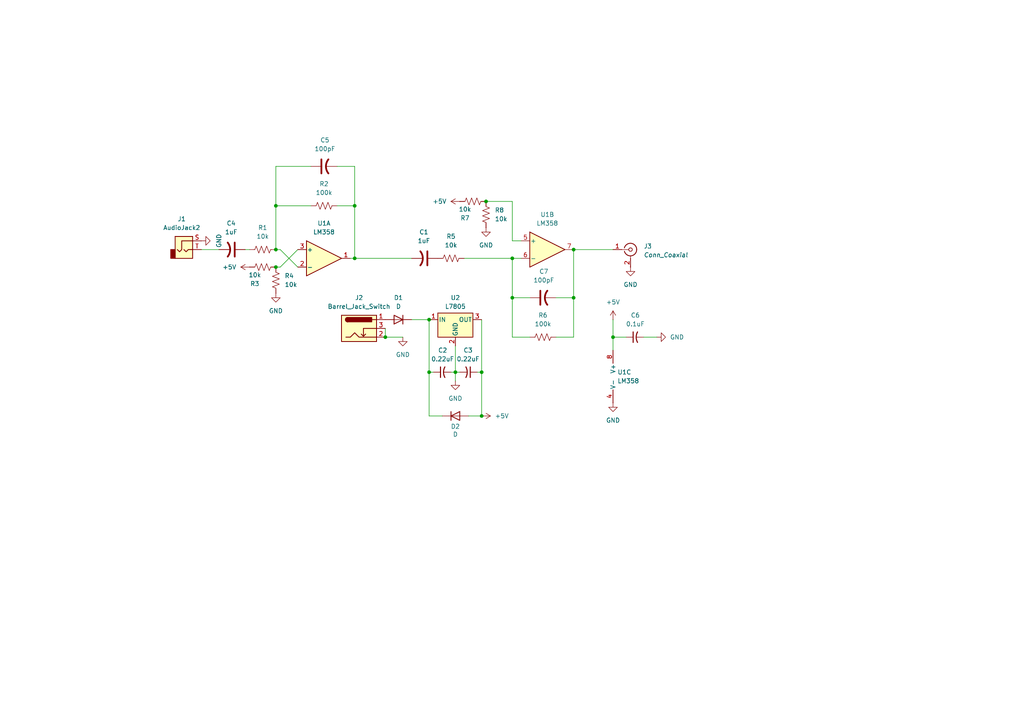
<source format=kicad_sch>
(kicad_sch (version 20250114) (generator "eeschema") (generator_version "9.0")
  (paper "A4")
  (lib_symbols
    (symbol "Amplifier_Operational:LM358" (pin_names (offset 0.127))
      (property "Reference" "U" (at 0 5.08 0))
      (property "Value" "LM358" (at 0 -5.08 0))
      (symbol "LM358_1_1"
        (polyline (pts (xy -5.08 5.08) (xy 5.08 0) (xy -5.08 -5.08) (xy -5.08 5.08)) (stroke (width 0.254)) (fill (type background)))
        (pin input line (at -7.62 2.54 0) (length 2.54) (name "+") (number "3"))
        (pin input line (at -7.62 -2.54 0) (length 2.54) (name "-") (number "2"))
        (pin output line (at 7.62 0 180) (length 2.54) (name "~") (number "1"))
      )
      (symbol "LM358_2_1"
        (polyline (pts (xy -5.08 5.08) (xy 5.08 0) (xy -5.08 -5.08) (xy -5.08 5.08)) (stroke (width 0.254)) (fill (type background)))
        (pin input line (at -7.62 2.54 0) (length 2.54) (name "+") (number "5"))
        (pin input line (at -7.62 -2.54 0) (length 2.54) (name "-") (number "6"))
        (pin output line (at 7.62 0 180) (length 2.54) (name "~") (number "7"))
      )
      (symbol "LM358_3_1"
        (pin power_in line (at -2.54 7.62 270) (length 3.81) (name "V+") (number "8"))
        (pin power_in line (at -2.54 -7.62 90) (length 3.81) (name "V-") (number "4"))
      )
    )
    (symbol "Connector:Barrel_Jack_Switch" (pin_names (hide yes))
      (property "Reference" "J" (at 0 5.334 0))
      (property "Value" "Barrel_Jack_Switch" (at 0 -5.08 0))
      (symbol "Barrel_Jack_Switch_0_1"
        (rectangle (start -5.08 3.81) (end 5.08 -3.81) (stroke (width 0.254)) (fill (type background)))
        (polyline (pts (xy -3.81 -2.54) (xy -2.54 -2.54) (xy -1.27 -1.27) (xy 0 -2.54) (xy 2.54 -2.54) (xy 5.08 -2.54)) (stroke (width 0.254)))
        (arc (start -3.302 1.905) (mid -3.9343 2.54) (end -3.302 3.175) (stroke (width 0.254)))
        (arc (start -3.302 1.905) (mid -3.9343 2.54) (end -3.302 3.175) (stroke (width 0.254)) (fill (type outline)))
        (polyline (pts (xy 1.27 -2.286) (xy 1.905 -1.651)) (stroke (width 0.254)))
        (rectangle (start 3.683 3.175) (end -3.302 1.905) (stroke (width 0.254)) (fill (type outline)))
        (polyline (pts (xy 5.08 2.54) (xy 3.81 2.54)) (stroke (width 0.254)))
        (polyline (pts (xy 5.08 0) (xy 1.27 0) (xy 1.27 -2.286) (xy 0.635 -1.651)) (stroke (width 0.254)))
      )
      (symbol "Barrel_Jack_Switch_1_1"
        (pin passive line (at 7.62 2.54 180) (length 2.54) (name "~") (number "1"))
        (pin passive line (at 7.62 0 180) (length 2.54) (name "~") (number "3"))
        (pin passive line (at 7.62 -2.54 180) (length 2.54) (name "~") (number "2"))
      )
    )
    (symbol "Connector:Conn_Coaxial" (pin_names (offset 1.016) (hide yes))
      (property "Reference" "J" (at 0.254 3.048 0))
      (property "Value" "Conn_Coaxial" (at 2.921 0 90))
      (symbol "Conn_Coaxial_0_1"
        (polyline (pts (xy -2.54 0) (xy -0.508 0)))
        (arc (start 1.778 0) (mid 0.222 -1.8079) (end -1.778 -0.508) (stroke (width 0.254)))
        (arc (start -1.778 0.508) (mid 0.2221 1.8084) (end 1.778 0) (stroke (width 0.254)))
        (circle (center 0 0) (radius 0.508) (stroke (width 0.2032)))
        (polyline (pts (xy 0 -2.54) (xy 0 -1.778)))
      )
      (symbol "Conn_Coaxial_1_1"
        (pin passive line (at -5.08 0 0) (length 2.54) (name "In") (number "1"))
        (pin passive line (at 0 -5.08 90) (length 2.54) (name "Ext") (number "2"))
      )
    )
    (symbol "Connector_Audio:AudioJack2"
      (property "Reference" "J" (at 0 8.89 0))
      (property "Value" "AudioJack2" (at 0 6.35 0))
      (symbol "AudioJack2_0_1"
        (rectangle (start -3.81 0) (end -2.54 -2.54) (stroke (width 0.254)) (fill (type outline)))
        (rectangle (start -2.54 3.81) (end 2.54 -2.54) (stroke (width 0.254)) (fill (type background)))
        (polyline (pts (xy 0 0) (xy 0.635 -0.635) (xy 1.27 0) (xy 2.54 0)) (stroke (width 0.254)))
        (polyline (pts (xy 2.54 2.54) (xy -0.635 2.54) (xy -0.635 0) (xy -1.27 -0.635) (xy -1.905 0)) (stroke (width 0.254)))
      )
      (symbol "AudioJack2_1_1"
        (pin passive line (at 5.08 2.54 180) (length 2.54) (name "~") (number "S"))
        (pin passive line (at 5.08 0 180) (length 2.54) (name "~") (number "T"))
      )
    )
    (symbol "Device:C_Small_US" (pin_numbers (hide yes)) (pin_names (offset 0.254) (hide yes))
      (property "Reference" "C" (at 0.254 1.778 0))
      (property "Value" "C_Small_US" (at 0.254 -2.032 0))
      (symbol "C_Small_US_0_1"
        (polyline (pts (xy -1.524 0.508) (xy 1.524 0.508)) (stroke (width 0.3048)))
        (arc (start -1.524 -0.762) (mid 0 -0.3734) (end 1.524 -0.762) (stroke (width 0.3048)))
      )
      (symbol "C_Small_US_1_1"
        (pin passive line (at 0 2.54 270) (length 2.032) (name "~") (number "1"))
        (pin passive line (at 0 -2.54 90) (length 2.032) (name "~") (number "2"))
      )
    )
    (symbol "Device:C_US" (pin_numbers (hide yes)) (pin_names (offset 0.254) (hide yes))
      (property "Reference" "C" (at 0.635 2.54 0))
      (property "Value" "C_US" (at 0.635 -2.54 0))
      (symbol "C_US_0_1"
        (polyline (pts (xy -2.032 0.762) (xy 2.032 0.762)) (stroke (width 0.508)))
        (arc (start -2.032 -1.27) (mid 0 -0.5572) (end 2.032 -1.27) (stroke (width 0.508)))
      )
      (symbol "C_US_1_1"
        (pin passive line (at 0 3.81 270) (length 2.794) (name "~") (number "1"))
        (pin passive line (at 0 -3.81 90) (length 3.302) (name "~") (number "2"))
      )
    )
    (symbol "Device:D" (pin_numbers (hide yes)) (pin_names (offset 1.016) (hide yes))
      (property "Reference" "D" (at 0 2.54 0))
      (property "Value" "D" (at 0 -2.54 0))
      (symbol "D_0_1"
        (polyline (pts (xy -1.27 1.27) (xy -1.27 -1.27)) (stroke (width 0.254)))
        (polyline (pts (xy 1.27 1.27) (xy 1.27 -1.27) (xy -1.27 0) (xy 1.27 1.27)) (stroke (width 0.254)))
        (polyline (pts (xy 1.27 0) (xy -1.27 0)))
      )
      (symbol "D_1_1"
        (pin passive line (at -3.81 0 0) (length 2.54) (name "K") (number "1"))
        (pin passive line (at 3.81 0 180) (length 2.54) (name "A") (number "2"))
      )
    )
    (symbol "Device:R_US" (pin_numbers (hide yes)) (pin_names (offset 0))
      (property "Reference" "R" (at 2.54 0 90))
      (property "Value" "R_US" (at -2.54 0 90))
      (symbol "R_US_0_1"
        (polyline (pts (xy 0 2.286) (xy 0 2.54)))
        (polyline (pts (xy 0 2.286) (xy 1.016 1.905) (xy 0 1.524) (xy -1.016 1.143) (xy 0 0.762)))
        (polyline (pts (xy 0 0.762) (xy 1.016 0.381) (xy 0 0) (xy -1.016 -0.381) (xy 0 -0.762)))
        (polyline (pts (xy 0 -0.762) (xy 1.016 -1.143) (xy 0 -1.524) (xy -1.016 -1.905) (xy 0 -2.286)))
        (polyline (pts (xy 0 -2.286) (xy 0 -2.54)))
      )
      (symbol "R_US_1_1"
        (pin passive line (at 0 3.81 270) (length 1.27) (name "~") (number "1"))
        (pin passive line (at 0 -3.81 90) (length 1.27) (name "~") (number "2"))
      )
    )
    (symbol "Regulator_Linear:L7805" (pin_names (offset 0.254))
      (property "Reference" "U" (at -3.81 3.175 0))
      (property "Value" "L7805" (at 0 3.175 0))
      (symbol "L7805_0_1"
        (rectangle (start -5.08 1.905) (end 5.08 -5.08) (stroke (width 0.254)) (fill (type background)))
      )
      (symbol "L7805_1_1"
        (pin power_in line (at -7.62 0 0) (length 2.54) (name "IN") (number "1"))
        (pin power_in line (at 0 -7.62 90) (length 2.54) (name "GND") (number "2"))
        (pin power_out line (at 7.62 0 180) (length 2.54) (name "OUT") (number "3"))
      )
    )
    (symbol "power:+5V" (power) (pin_numbers (hide yes)) (pin_names (offset 0) (hide yes))
      (property "Value" "+5V" (at 0 3.556 0))
      (symbol "+5V_0_1"
        (polyline (pts (xy -0.762 1.27) (xy 0 2.54)))
        (polyline (pts (xy 0 2.54) (xy 0.762 1.27)))
        (polyline (pts (xy 0 0) (xy 0 2.54)))
      )
      (symbol "+5V_1_1"
        (pin power_in line (at 0 0 90) (length 0) (name "~") (number "1"))
      )
    )
    (symbol "power:GND" (power) (pin_numbers (hide yes)) (pin_names (offset 0) (hide yes))
      (property "Value" "GND" (at 0 -3.81 0))
      (symbol "GND_0_1"
        (polyline (pts (xy 0 0) (xy 0 -1.27) (xy 1.27 -1.27) (xy 0 -2.54) (xy -1.27 -1.27) (xy 0 -1.27)))
      )
      (symbol "GND_1_1"
        (pin power_in line (at 0 0 270) (length 0) (name "~") (number "1"))
      )
    )
  )
  (junction (at 132.08 107.95))
  (junction (at 139.7 120.65))
  (junction (at 80.01 59.69))
  (junction (at 80.01 72.39))
  (junction (at 102.87 74.93))
  (junction (at 166.37 72.39))
  (junction (at 102.87 59.69))
  (junction (at 111.76 97.79))
  (junction (at 177.8 97.79))
  (junction (at 148.59 74.93))
  (junction (at 124.46 107.95))
  (junction (at 139.7 107.95))
  (junction (at 140.97 58.42))
  (junction (at 124.46 92.71))
  (junction (at 166.37 86.36))
  (junction (at 148.59 86.36))
  (junction (at 80.01 77.47))
  (wire (pts (xy 181.61 97.79) (xy 177.8 97.79)))
  (wire (pts (xy 148.59 86.36) (xy 148.59 97.79)))
  (wire (pts (xy 130.81 107.95) (xy 132.08 107.95)))
  (wire (pts (xy 139.7 92.71) (xy 139.7 107.95)))
  (wire (pts (xy 151.13 74.93) (xy 148.59 74.93)))
  (wire (pts (xy 80.01 48.26) (xy 80.01 59.69)))
  (wire (pts (xy 102.87 48.26) (xy 102.87 59.69)))
  (wire (pts (xy 81.28 72.39) (xy 86.36 77.47)))
  (wire (pts (xy 97.79 48.26) (xy 102.87 48.26)))
  (wire (pts (xy 111.76 95.25) (xy 111.76 97.79)))
  (wire (pts (xy 102.87 74.93) (xy 101.6 74.93)))
  (wire (pts (xy 148.59 74.93) (xy 148.59 86.36)))
  (wire (pts (xy 97.79 59.69) (xy 102.87 59.69)))
  (wire (pts (xy 72.39 72.39) (xy 71.12 72.39)))
  (wire (pts (xy 80.01 59.69) (xy 90.17 59.69)))
  (wire (pts (xy 124.46 92.71) (xy 124.46 107.95)))
  (wire (pts (xy 132.08 100.33) (xy 132.08 107.95)))
  (wire (pts (xy 80.01 59.69) (xy 80.01 72.39)))
  (wire (pts (xy 166.37 72.39) (xy 166.37 86.36)))
  (wire (pts (xy 161.29 86.36) (xy 166.37 86.36)))
  (wire (pts (xy 80.01 77.47) (xy 81.28 77.47)))
  (wire (pts (xy 138.43 107.95) (xy 139.7 107.95)))
  (wire (pts (xy 58.42 72.39) (xy 63.5 72.39)))
  (wire (pts (xy 148.59 69.85) (xy 151.13 69.85)))
  (wire (pts (xy 102.87 59.69) (xy 102.87 74.93)))
  (wire (pts (xy 190.5 97.79) (xy 186.69 97.79)))
  (wire (pts (xy 148.59 97.79) (xy 153.67 97.79)))
  (wire (pts (xy 177.8 92.71) (xy 177.8 97.79)))
  (wire (pts (xy 177.8 72.39) (xy 166.37 72.39)))
  (wire (pts (xy 177.8 97.79) (xy 177.8 101.6)))
  (wire (pts (xy 148.59 58.42) (xy 148.59 69.85)))
  (wire (pts (xy 148.59 86.36) (xy 153.67 86.36)))
  (wire (pts (xy 132.08 107.95) (xy 133.35 107.95)))
  (wire (pts (xy 124.46 107.95) (xy 124.46 120.65)))
  (wire (pts (xy 124.46 107.95) (xy 125.73 107.95)))
  (wire (pts (xy 134.62 74.93) (xy 148.59 74.93)))
  (wire (pts (xy 80.01 48.26) (xy 90.17 48.26)))
  (wire (pts (xy 139.7 107.95) (xy 139.7 120.65)))
  (wire (pts (xy 140.97 58.42) (xy 148.59 58.42)))
  (wire (pts (xy 119.38 74.93) (xy 102.87 74.93)))
  (wire (pts (xy 161.29 97.79) (xy 166.37 97.79)))
  (wire (pts (xy 80.01 72.39) (xy 81.28 72.39)))
  (wire (pts (xy 132.08 107.95) (xy 132.08 110.49)))
  (wire (pts (xy 124.46 120.65) (xy 128.27 120.65)))
  (wire (pts (xy 111.76 97.79) (xy 116.84 97.79)))
  (wire (pts (xy 119.38 92.71) (xy 124.46 92.71)))
  (wire (pts (xy 135.89 120.65) (xy 139.7 120.65)))
  (wire (pts (xy 81.28 77.47) (xy 86.36 72.39)))
  (wire (pts (xy 166.37 86.36) (xy 166.37 97.79)))
  (symbol (lib_id "power:+5V") (at 139.7 120.65 270) (unit 1)
    (property "Reference" "#PWR05" (effects (hide yes)))
    (property "Value" "+5V" (at 143.51 120.6499 90) (effects (justify left)))
    (property "Description" "Power symbol creates a global label with name \"+5V\"" (effects (hide yes)))
  )
  (symbol (lib_id "power:+5V") (at 133.35 58.42 90) (unit 1)
    (property "Reference" "#PWR011" (effects (hide yes)))
    (property "Value" "+5V" (at 129.54 58.4199 90) (effects (justify left)))
    (property "Description" "Power symbol creates a global label with name \"+5V\"" (effects (hide yes)))
  )
  (symbol (lib_id "Device:C_US") (at 157.48 86.36 90) (unit 1)
    (property "Reference" "C7" (at 157.734 78.74 90))
    (property "Value" "100pF" (at 157.734 81.28 90))
    (property "Footprint" "Capacitor_THT:C_Radial_D6.3mm_H5.0mm_P2.50mm" (effects (hide yes)))
    (property "Description" "capacitor, US symbol" (effects (hide yes)))
  )
  (symbol (lib_id "power:GND") (at 182.88 77.47 0) (unit 1)
    (property "Reference" "#PWR013" (effects (hide yes)))
    (property "Value" "GND" (at 182.88 82.55 0))
    (property "Description" "Power symbol creates a global label with name \"GND\" , ground" (effects (hide yes)))
  )
  (symbol (lib_id "Amplifier_Operational:LM358") (at 93.98 74.93 0) (unit 1)
    (property "Reference" "U1" (at 93.98 64.77 0))
    (property "Value" "LM358" (at 93.98 67.31 0))
    (property "Footprint" "Package_DIP:DIP-8_W7.62mm_LongPads" (effects (hide yes)))
    (property "Datasheet" "http://www.ti.com/lit/ds/symlink/lm2904-n.pdf" (effects (hide yes)))
    (property "Description" "Low-Power, Dual Operational Amplifiers, DIP-8/SOIC-8/TO-99-8" (effects (hide yes)))
  )
  (symbol (lib_id "power:GND") (at 58.42 69.85 90) (unit 1)
    (property "Reference" "#PWR014" (effects (hide yes)))
    (property "Value" "GND" (at 63.5 69.85 0))
    (property "Description" "Power symbol creates a global label with name \"GND\" , ground" (effects (hide yes)))
  )
  (symbol (lib_id "Device:C_US") (at 93.98 48.26 90) (unit 1)
    (property "Reference" "C5" (at 94.234 40.64 90))
    (property "Value" "100pF" (at 94.234 43.18 90))
    (property "Footprint" "Capacitor_THT:C_Radial_D6.3mm_H5.0mm_P2.50mm" (effects (hide yes)))
    (property "Description" "capacitor, US symbol" (effects (hide yes)))
  )
  (symbol (lib_id "Device:R_US") (at 76.2 72.39 90) (unit 1)
    (property "Reference" "R1" (at 76.2 66.04 90))
    (property "Value" "10k" (at 76.2 68.58 90))
    (property "Footprint" "Resistor_THT:R_Axial_DIN0204_L3.6mm_D1.6mm_P7.62mm_Horizontal" (effects (hide yes)))
    (property "Description" "Resistor, US symbol" (effects (hide yes)))
  )
  (symbol (lib_id "Regulator_Linear:L7805") (at 132.08 92.71 0) (unit 1)
    (property "Reference" "U2" (at 132.08 86.36 0))
    (property "Value" "L7805" (at 132.08 88.9 0))
    (property "Footprint" "Package_TO_SOT_THT:TO-220F-3_Horizontal_TabDown" (effects (hide yes)))
    (property "Datasheet" "http://www.st.com/content/ccc/resource/technical/document/datasheet/41/4f/b3/b0/12/d4/47/88/CD00000444.pdf/files/CD00000444.pdf/jcr:content/translations/en.CD00000444.pdf" (effects (hide yes)))
    (property "Description" "Positive 1.5A 35V Linear Regulator, Fixed Output 5V, TO-220/TO-263/TO-252" (effects (hide yes)))
  )
  (symbol (lib_id "Device:C_US") (at 123.19 74.93 270) (unit 1)
    (property "Reference" "C1" (at 122.936 67.31 90))
    (property "Value" "1uF" (at 122.936 69.85 90))
    (property "Footprint" "Capacitor_THT:C_Radial_D6.3mm_H5.0mm_P2.50mm" (effects (hide yes)))
    (property "Description" "capacitor, US symbol" (effects (hide yes)))
  )
  (symbol (lib_id "Device:R_US") (at 157.48 97.79 270) (unit 1)
    (property "Reference" "R6" (at 157.48 91.44 90))
    (property "Value" "100k" (at 157.48 93.98 90))
    (property "Footprint" "Resistor_THT:R_Axial_DIN0204_L3.6mm_D1.6mm_P7.62mm_Horizontal" (effects (hide yes)))
    (property "Description" "Resistor, US symbol" (effects (hide yes)))
  )
  (symbol (lib_id "Device:R_US") (at 137.16 58.42 90) (unit 1)
    (property "Reference" "R7" (at 134.874 63.246 90))
    (property "Value" "10k" (at 134.874 60.706 90))
    (property "Footprint" "Resistor_THT:R_Axial_DIN0204_L3.6mm_D1.6mm_P7.62mm_Horizontal" (effects (hide yes)))
    (property "Description" "Resistor, US symbol" (effects (hide yes)))
  )
  (symbol (lib_id "Device:D") (at 132.08 120.65 0) (unit 1)
    (property "Reference" "D2" (at 132.08 123.698 0))
    (property "Value" "D" (at 132.08 125.984 0))
    (property "Footprint" "Diode_THT:D_A-405_P7.62mm_Horizontal" (effects (hide yes)))
    (property "Description" "Diode" (effects (hide yes)))
    (property "Sim.Device" "D" (effects (hide yes)))
    (property "Sim.Pins" "1=K 2=A" (effects (hide yes)))
  )
  (symbol (lib_id "Device:R_US") (at 140.97 62.23 180) (unit 1)
    (property "Reference" "R8" (at 143.51 60.9599 0) (effects (justify right)))
    (property "Value" "10k" (at 143.51 63.4999 0) (effects (justify right)))
    (property "Footprint" "Resistor_THT:R_Axial_DIN0204_L3.6mm_D1.6mm_P7.62mm_Horizontal" (effects (hide yes)))
    (property "Description" "Resistor, US symbol" (effects (hide yes)))
  )
  (symbol (lib_id "Amplifier_Operational:LM358") (at 158.75 72.39 0) (unit 2)
    (property "Reference" "U1" (at 158.75 62.23 0))
    (property "Value" "LM358" (at 158.75 64.77 0))
    (property "Footprint" "Package_DIP:DIP-8_W7.62mm_LongPads" (effects (hide yes)))
    (property "Datasheet" "http://www.ti.com/lit/ds/symlink/lm2904-n.pdf" (effects (hide yes)))
    (property "Description" "Low-Power, Dual Operational Amplifiers, DIP-8/SOIC-8/TO-99-8" (effects (hide yes)))
  )
  (symbol (lib_id "Device:R_US") (at 80.01 81.28 180) (unit 1)
    (property "Reference" "R4" (at 82.55 80.0099 0) (effects (justify right)))
    (property "Value" "10k" (at 82.55 82.5499 0) (effects (justify right)))
    (property "Footprint" "Resistor_THT:R_Axial_DIN0204_L3.6mm_D1.6mm_P7.62mm_Horizontal" (effects (hide yes)))
    (property "Description" "Resistor, US symbol" (effects (hide yes)))
  )
  (symbol (lib_id "power:GND") (at 116.84 97.79 0) (unit 1)
    (property "Reference" "#PWR03" (effects (hide yes)))
    (property "Value" "GND" (at 116.84 102.87 0))
    (property "Description" "Power symbol creates a global label with name \"GND\" , ground" (effects (hide yes)))
  )
  (symbol (lib_id "Device:C_Small_US") (at 184.15 97.79 90) (unit 1)
    (property "Reference" "C6" (at 184.277 91.44 90))
    (property "Value" "0.1uF" (at 184.277 93.98 90))
    (property "Footprint" "Capacitor_THT:C_Radial_D6.3mm_H5.0mm_P2.50mm" (effects (hide yes)))
    (property "Description" "capacitor, small US symbol" (effects (hide yes)))
  )
  (symbol (lib_id "Device:C_Small_US") (at 128.27 107.95 90) (unit 1)
    (property "Reference" "C2" (at 128.397 101.6 90))
    (property "Value" "0.22uF" (at 128.397 104.14 90))
    (property "Footprint" "Capacitor_THT:C_Radial_D6.3mm_H5.0mm_P2.50mm" (effects (hide yes)))
    (property "Description" "capacitor, small US symbol" (effects (hide yes)))
  )
  (symbol (lib_id "Device:R_US") (at 130.81 74.93 270) (unit 1)
    (property "Reference" "R5" (at 130.81 68.58 90))
    (property "Value" "10k" (at 130.81 71.12 90))
    (property "Footprint" "Resistor_THT:R_Axial_DIN0204_L3.6mm_D1.6mm_P7.62mm_Horizontal" (effects (hide yes)))
    (property "Description" "Resistor, US symbol" (effects (hide yes)))
  )
  (symbol (lib_id "power:GND") (at 80.01 85.09 0) (unit 1)
    (property "Reference" "#PWR09" (effects (hide yes)))
    (property "Value" "GND" (at 80.01 90.17 0))
    (property "Description" "Power symbol creates a global label with name \"GND\" , ground" (effects (hide yes)))
  )
  (symbol (lib_id "Connector:Barrel_Jack_Switch") (at 104.14 95.25 0) (unit 1)
    (property "Reference" "J2" (at 104.14 86.36 0))
    (property "Value" "Barrel_Jack_Switch" (at 104.14 88.9 0))
    (property "Footprint" "Connector_BarrelJack:BarrelJack_GCT_DCJ200-10-A_Horizontal" (effects (hide yes)))
    (property "Description" "DC Barrel Jack with an internal switch" (effects (hide yes)))
  )
  (symbol (lib_id "Connector:Conn_Coaxial") (at 182.88 72.39 0) (unit 1)
    (property "Reference" "J3" (at 186.69 71.4131 0) (effects (justify left)))
    (property "Value" "Conn_Coaxial" (at 186.69 73.9531 0) (effects (font (italic yes)) (justify left)))
    (property "Footprint" "Library:BNC jack" (effects (hide yes)))
    (property "Description" "coaxial connector (BNC, SMA, SMB, SMC, Cinch/RCA, LEMO, ...)" (effects (hide yes)))
  )
  (symbol (lib_id "power:GND") (at 190.5 97.79 90) (unit 1)
    (property "Reference" "#PWR010" (effects (hide yes)))
    (property "Value" "GND" (at 194.31 97.7899 90) (effects (justify right)))
    (property "Description" "Power symbol creates a global label with name \"GND\" , ground" (effects (hide yes)))
  )
  (symbol (lib_id "Device:R_US") (at 93.98 59.69 270) (unit 1)
    (property "Reference" "R2" (at 93.98 53.34 90))
    (property "Value" "100k" (at 93.98 55.88 90))
    (property "Footprint" "Resistor_THT:R_Axial_DIN0204_L3.6mm_D1.6mm_P7.62mm_Horizontal" (effects (hide yes)))
    (property "Description" "Resistor, US symbol" (effects (hide yes)))
  )
  (symbol (lib_id "Device:C_US") (at 67.31 72.39 270) (unit 1)
    (property "Reference" "C4" (at 67.056 64.77 90))
    (property "Value" "1uF" (at 67.056 67.31 90))
    (property "Footprint" "Capacitor_THT:C_Radial_D6.3mm_H5.0mm_P2.50mm" (effects (hide yes)))
    (property "Description" "capacitor, US symbol" (effects (hide yes)))
  )
  (symbol (lib_id "Connector_Audio:AudioJack2") (at 53.34 72.39 0) (unit 1)
    (property "Reference" "J1" (at 52.705 63.5 0))
    (property "Value" "AudioJack2" (at 52.705 66.04 0))
    (property "Footprint" "Library:quarter inch microphone jack" (effects (hide yes)))
    (property "Description" "Audio Jack, 2 Poles (Mono / TS)" (effects (hide yes)))
  )
  (symbol (lib_id "power:GND") (at 132.08 110.49 0) (unit 1)
    (property "Reference" "#PWR04" (effects (hide yes)))
    (property "Value" "GND" (at 132.08 115.57 0))
    (property "Description" "Power symbol creates a global label with name \"GND\" , ground" (effects (hide yes)))
  )
  (symbol (lib_id "power:+5V") (at 72.39 77.47 90) (unit 1)
    (property "Reference" "#PWR08" (effects (hide yes)))
    (property "Value" "+5V" (at 68.58 77.4699 90) (effects (justify left)))
    (property "Description" "Power symbol creates a global label with name \"+5V\"" (effects (hide yes)))
  )
  (symbol (lib_id "Amplifier_Operational:LM358") (at 180.34 109.22 0) (unit 3)
    (property "Reference" "U1" (at 179.07 107.9499 0) (effects (justify left)))
    (property "Value" "LM358" (at 179.07 110.4899 0) (effects (justify left)))
    (property "Footprint" "Package_DIP:DIP-8_W7.62mm_LongPads" (effects (hide yes)))
    (property "Datasheet" "http://www.ti.com/lit/ds/symlink/lm2904-n.pdf" (effects (hide yes)))
    (property "Description" "Low-Power, Dual Operational Amplifiers, DIP-8/SOIC-8/TO-99-8" (effects (hide yes)))
  )
  (symbol (lib_id "power:+5V") (at 177.8 92.71 0) (unit 1)
    (property "Reference" "#PWR06" (effects (hide yes)))
    (property "Value" "+5V" (at 177.8 87.63 0))
    (property "Description" "Power symbol creates a global label with name \"+5V\"" (effects (hide yes)))
  )
  (symbol (lib_id "Device:C_Small_US") (at 135.89 107.95 270) (unit 1)
    (property "Reference" "C3" (at 135.763 101.6 90))
    (property "Value" "0.22uF" (at 135.763 104.14 90))
    (property "Footprint" "Capacitor_THT:C_Radial_D6.3mm_H5.0mm_P2.50mm" (effects (hide yes)))
    (property "Description" "capacitor, small US symbol" (effects (hide yes)))
  )
  (symbol (lib_id "Device:R_US") (at 76.2 77.47 90) (unit 1)
    (property "Reference" "R3" (at 73.914 82.296 90))
    (property "Value" "10k" (at 73.914 79.756 90))
    (property "Footprint" "Resistor_THT:R_Axial_DIN0204_L3.6mm_D1.6mm_P7.62mm_Horizontal" (effects (hide yes)))
    (property "Description" "Resistor, US symbol" (effects (hide yes)))
  )
  (symbol (lib_id "power:GND") (at 140.97 66.04 0) (unit 1)
    (property "Reference" "#PWR012" (effects (hide yes)))
    (property "Value" "GND" (at 140.97 71.12 0))
    (property "Description" "Power symbol creates a global label with name \"GND\" , ground" (effects (hide yes)))
  )
  (symbol (lib_id "Device:D") (at 115.57 92.71 180) (unit 1)
    (property "Reference" "D1" (at 115.57 86.36 0))
    (property "Value" "D" (at 115.57 88.9 0))
    (property "Footprint" "Diode_THT:D_A-405_P7.62mm_Horizontal" (effects (hide yes)))
    (property "Description" "Diode" (effects (hide yes)))
    (property "Sim.Device" "D" (effects (hide yes)))
    (property "Sim.Pins" "1=K 2=A" (effects (hide yes)))
  )
  (symbol (lib_id "power:GND") (at 177.8 116.84 0) (unit 1)
    (property "Reference" "#PWR07" (effects (hide yes)))
    (property "Value" "GND" (at 177.8 121.92 0))
    (property "Description" "Power symbol creates a global label with name \"GND\" , ground" (effects (hide yes)))
  )
)
</source>
